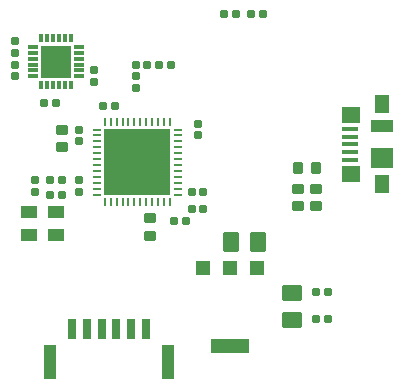
<source format=gbr>
%TF.GenerationSoftware,Altium Limited,Altium Designer,24.4.1 (13)*%
G04 Layer_Color=8421504*
%FSLAX45Y45*%
%MOMM*%
%TF.SameCoordinates,9860FC65-6E59-49BE-95FE-00A45DA03842*%
%TF.FilePolarity,Positive*%
%TF.FileFunction,Paste,Top*%
%TF.Part,Single*%
G01*
G75*
%TA.AperFunction,SMDPad,CuDef*%
G04:AMPARAMS|DCode=15|XSize=0.6mm|YSize=0.7mm|CornerRadius=0.075mm|HoleSize=0mm|Usage=FLASHONLY|Rotation=90.000|XOffset=0mm|YOffset=0mm|HoleType=Round|Shape=RoundedRectangle|*
%AMROUNDEDRECTD15*
21,1,0.60000,0.55000,0,0,90.0*
21,1,0.45000,0.70000,0,0,90.0*
1,1,0.15000,0.27500,0.22500*
1,1,0.15000,0.27500,-0.22500*
1,1,0.15000,-0.27500,-0.22500*
1,1,0.15000,-0.27500,0.22500*
%
%ADD15ROUNDEDRECTD15*%
G04:AMPARAMS|DCode=16|XSize=0.6mm|YSize=0.7mm|CornerRadius=0.075mm|HoleSize=0mm|Usage=FLASHONLY|Rotation=0.000|XOffset=0mm|YOffset=0mm|HoleType=Round|Shape=RoundedRectangle|*
%AMROUNDEDRECTD16*
21,1,0.60000,0.55000,0,0,0.0*
21,1,0.45000,0.70000,0,0,0.0*
1,1,0.15000,0.22500,-0.27500*
1,1,0.15000,-0.22500,-0.27500*
1,1,0.15000,-0.22500,0.27500*
1,1,0.15000,0.22500,0.27500*
%
%ADD16ROUNDEDRECTD16*%
%ADD17R,5.60000X5.60000*%
%ADD18O,0.25000X0.80000*%
%ADD19O,0.80000X0.25000*%
%ADD20R,1.38000X0.45000*%
%ADD21R,1.55000X1.42500*%
%ADD22R,1.90000X1.00000*%
%ADD23R,1.90000X1.80000*%
%ADD24R,1.30000X1.65000*%
%ADD26R,2.60000X2.70000*%
%ADD27R,0.35000X0.80000*%
%ADD28R,0.85000X0.35000*%
%ADD29R,3.18213X1.25000*%
%ADD30R,1.25000X1.25000*%
G04:AMPARAMS|DCode=31|XSize=0.8mm|YSize=1mm|CornerRadius=0.1mm|HoleSize=0mm|Usage=FLASHONLY|Rotation=180.000|XOffset=0mm|YOffset=0mm|HoleType=Round|Shape=RoundedRectangle|*
%AMROUNDEDRECTD31*
21,1,0.80000,0.80000,0,0,180.0*
21,1,0.60000,1.00000,0,0,180.0*
1,1,0.20000,-0.30000,0.40000*
1,1,0.20000,0.30000,0.40000*
1,1,0.20000,0.30000,-0.40000*
1,1,0.20000,-0.30000,-0.40000*
%
%ADD31ROUNDEDRECTD31*%
G04:AMPARAMS|DCode=32|XSize=0.8mm|YSize=1mm|CornerRadius=0.1mm|HoleSize=0mm|Usage=FLASHONLY|Rotation=90.000|XOffset=0mm|YOffset=0mm|HoleType=Round|Shape=RoundedRectangle|*
%AMROUNDEDRECTD32*
21,1,0.80000,0.80000,0,0,90.0*
21,1,0.60000,1.00000,0,0,90.0*
1,1,0.20000,0.40000,0.30000*
1,1,0.20000,0.40000,-0.30000*
1,1,0.20000,-0.40000,-0.30000*
1,1,0.20000,-0.40000,0.30000*
%
%ADD32ROUNDEDRECTD32*%
G04:AMPARAMS|DCode=33|XSize=1.4mm|YSize=1.7mm|CornerRadius=0.175mm|HoleSize=0mm|Usage=FLASHONLY|Rotation=270.000|XOffset=0mm|YOffset=0mm|HoleType=Round|Shape=RoundedRectangle|*
%AMROUNDEDRECTD33*
21,1,1.40000,1.35000,0,0,270.0*
21,1,1.05000,1.70000,0,0,270.0*
1,1,0.35000,-0.67500,-0.52500*
1,1,0.35000,-0.67500,0.52500*
1,1,0.35000,0.67500,0.52500*
1,1,0.35000,0.67500,-0.52500*
%
%ADD33ROUNDEDRECTD33*%
G04:AMPARAMS|DCode=34|XSize=1.4mm|YSize=1.7mm|CornerRadius=0.175mm|HoleSize=0mm|Usage=FLASHONLY|Rotation=180.000|XOffset=0mm|YOffset=0mm|HoleType=Round|Shape=RoundedRectangle|*
%AMROUNDEDRECTD34*
21,1,1.40000,1.35000,0,0,180.0*
21,1,1.05000,1.70000,0,0,180.0*
1,1,0.35000,-0.52500,0.67500*
1,1,0.35000,0.52500,0.67500*
1,1,0.35000,0.52500,-0.67500*
1,1,0.35000,-0.52500,-0.67500*
%
%ADD34ROUNDEDRECTD34*%
%ADD35R,0.65000X1.70000*%
%ADD36R,1.00000X2.90000*%
G04:AMPARAMS|DCode=37|XSize=1.3mm|YSize=1.1mm|CornerRadius=0.055mm|HoleSize=0mm|Usage=FLASHONLY|Rotation=0.000|XOffset=0mm|YOffset=0mm|HoleType=Round|Shape=RoundedRectangle|*
%AMROUNDEDRECTD37*
21,1,1.30000,0.99000,0,0,0.0*
21,1,1.19000,1.10000,0,0,0.0*
1,1,0.11000,0.59500,-0.49500*
1,1,0.11000,-0.59500,-0.49500*
1,1,0.11000,-0.59500,0.49500*
1,1,0.11000,0.59500,0.49500*
%
%ADD37ROUNDEDRECTD37*%
D15*
X412500Y1575000D02*
D03*
Y1675000D02*
D03*
X787500Y1575000D02*
D03*
Y1675000D02*
D03*
X912500Y2500000D02*
D03*
Y2600000D02*
D03*
X237500Y2850000D02*
D03*
Y2750000D02*
D03*
X237500Y2650000D02*
D03*
Y2550000D02*
D03*
X1262500Y2450000D02*
D03*
Y2550000D02*
D03*
X1787500Y2150000D02*
D03*
Y2050000D02*
D03*
X787500Y2100000D02*
D03*
Y2000000D02*
D03*
D16*
X1737500Y1425000D02*
D03*
X1837500D02*
D03*
X637501Y1550000D02*
D03*
X537501D02*
D03*
X487500Y2325000D02*
D03*
X587500D02*
D03*
X537500Y1675000D02*
D03*
X637500D02*
D03*
X2787500Y500000D02*
D03*
X2887500D02*
D03*
Y725000D02*
D03*
X2787500D02*
D03*
X1262500Y2650000D02*
D03*
X1362500D02*
D03*
X1562500D02*
D03*
X1462500D02*
D03*
X1837500Y1575000D02*
D03*
X1737500D02*
D03*
X2337500Y3075000D02*
D03*
X2237500D02*
D03*
X2112500D02*
D03*
X2012500D02*
D03*
X987500Y2300000D02*
D03*
X1087500D02*
D03*
X1687500Y1325000D02*
D03*
X1587500D02*
D03*
D17*
X1277500Y1825000D02*
D03*
D18*
X1002500Y2165000D02*
D03*
X1052500D02*
D03*
X1102500D02*
D03*
X1152500D02*
D03*
X1202500D02*
D03*
X1252500D02*
D03*
X1302500D02*
D03*
X1352500D02*
D03*
X1402500D02*
D03*
X1452500D02*
D03*
X1502500D02*
D03*
X1552500D02*
D03*
Y1485000D02*
D03*
X1502500D02*
D03*
X1452500D02*
D03*
X1402500D02*
D03*
X1352500D02*
D03*
X1302500D02*
D03*
X1252500D02*
D03*
X1202500D02*
D03*
X1152500D02*
D03*
X1102500D02*
D03*
X1052500D02*
D03*
X1002500D02*
D03*
D19*
X1617500Y2100000D02*
D03*
Y2050000D02*
D03*
Y2000000D02*
D03*
Y1950000D02*
D03*
Y1900000D02*
D03*
Y1850000D02*
D03*
Y1800000D02*
D03*
Y1750000D02*
D03*
Y1700000D02*
D03*
Y1650000D02*
D03*
Y1600000D02*
D03*
Y1550000D02*
D03*
X937500D02*
D03*
Y1600000D02*
D03*
Y1650000D02*
D03*
Y1700000D02*
D03*
Y1750000D02*
D03*
Y1800000D02*
D03*
Y1850000D02*
D03*
Y1900000D02*
D03*
Y1950000D02*
D03*
Y2000000D02*
D03*
Y2050000D02*
D03*
Y2100000D02*
D03*
D20*
X3081500Y2105000D02*
D03*
Y2040000D02*
D03*
Y1975000D02*
D03*
Y1910000D02*
D03*
Y1845000D02*
D03*
D21*
X3090000Y2223750D02*
D03*
Y1726250D02*
D03*
D22*
X3347500Y2130000D02*
D03*
D23*
Y1860000D02*
D03*
D24*
Y2312500D02*
D03*
Y1637500D02*
D03*
D26*
X587500Y2675000D02*
D03*
D27*
X462500Y2475000D02*
D03*
X512500D02*
D03*
X562500D02*
D03*
X612500D02*
D03*
X662500D02*
D03*
X712500D02*
D03*
X462500Y2875000D02*
D03*
X512500D02*
D03*
X562500D02*
D03*
X612500D02*
D03*
X662500D02*
D03*
X712500D02*
D03*
D28*
X785000Y2550000D02*
D03*
Y2600000D02*
D03*
Y2650000D02*
D03*
Y2700000D02*
D03*
Y2750000D02*
D03*
Y2800000D02*
D03*
X390000Y2550000D02*
D03*
Y2600000D02*
D03*
Y2650000D02*
D03*
Y2700000D02*
D03*
Y2750000D02*
D03*
Y2800000D02*
D03*
D29*
X2062500Y270500D02*
D03*
D30*
X1833500Y929500D02*
D03*
X2062500D02*
D03*
X2291500D02*
D03*
D31*
X2637500Y1775000D02*
D03*
X2787500D02*
D03*
D32*
X2637500Y1450000D02*
D03*
Y1600000D02*
D03*
X2787500Y1450000D02*
D03*
Y1600000D02*
D03*
X1387500Y1200000D02*
D03*
Y1350000D02*
D03*
X637500Y1950000D02*
D03*
Y2100000D02*
D03*
D33*
X2587500Y714300D02*
D03*
Y485700D02*
D03*
D34*
X2301800Y1150000D02*
D03*
X2073200D02*
D03*
D35*
X725000Y415000D02*
D03*
X850000D02*
D03*
X1100000D02*
D03*
X1225000D02*
D03*
X975000D02*
D03*
X1350000D02*
D03*
D36*
X540000Y135000D02*
D03*
X1535000D02*
D03*
D37*
X592500Y1210000D02*
D03*
Y1400000D02*
D03*
X362500Y1210000D02*
D03*
Y1400000D02*
D03*
%TF.MD5,27e168b123a49921ac7aa03569ba1c6a*%
M02*

</source>
